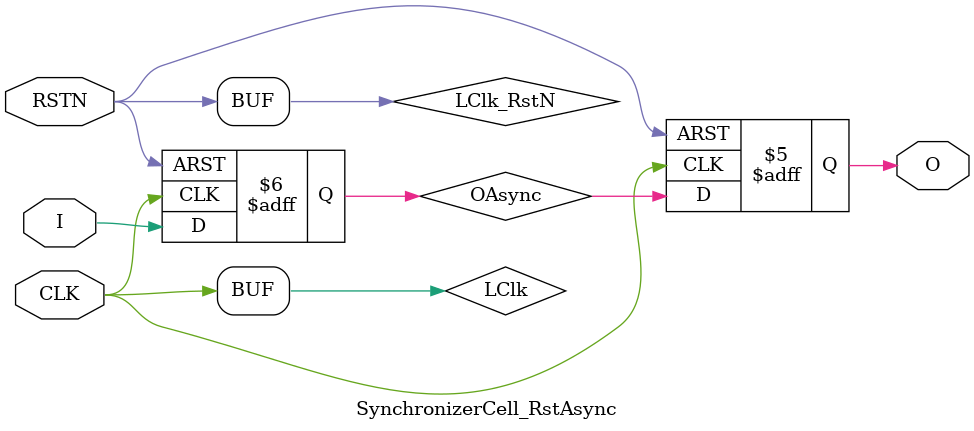
<source format=v>



// Generated by FlexNoC
// Tool Version 4.7.0
// Platform     centos:7
// Date         Tue Sep 13 13:44:24 2022


// FlexNoC version    : 4.7.0
// PDD File           : /home/aptashko/GEMINI/design/ip/FlexNoC/rsnoc_arch_edit.pdd
// Exported Structure : /Specification.Architecture.Structure
// ExportOption       : /verilog

`ifndef SIM_SYNCHRONIZERCELL_RSTASYNC
`define SIM_SYNCHRONIZERCELL_RSTASYNC
`timescale 1ps/1ps
module SynchronizerCell_RstAsync ( CLK , I , O , RSTN );
	input   CLK  ;
	input   I    ;
	output  O    ;
	input   RSTN ;
	wire  LClk      ;
	wire  LClk_RstN ;
	reg   OAsync    ;
	reg   O         ;
	assign LClk = CLK;
	assign LClk_RstN = RSTN;
	always @( posedge LClk or negedge LClk_RstN )
		if ( ! LClk_RstN )
			OAsync <= #1.0 ( 1'b0 );
		else	OAsync <= #1.0 ( I );
	always @( posedge LClk or negedge LClk_RstN )
		if ( ! LClk_RstN )
			O <= #1.0 ( 1'b0 );
		else	O <= #1.0 ( OAsync );
endmodule
`endif



</source>
